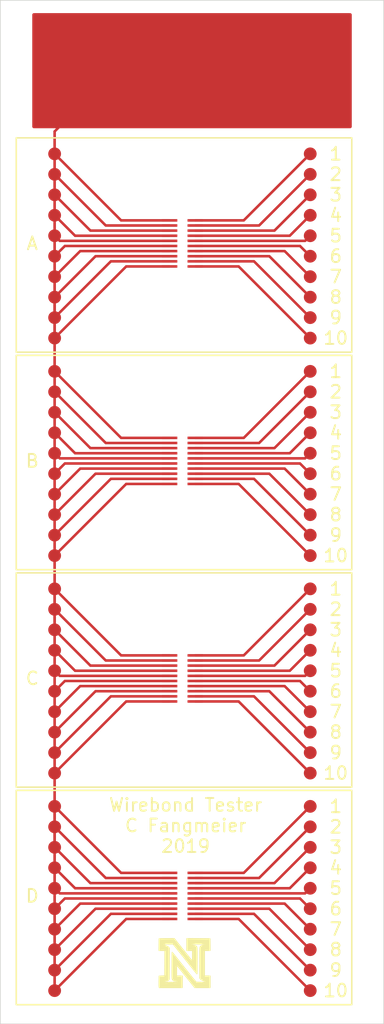
<source format=kicad_pcb>
(kicad_pcb (version 20171130) (host pcbnew 5.1.4)

  (general
    (thickness 1.6)
    (drawings 65)
    (tracks 201)
    (zones 0)
    (modules 5)
    (nets 42)
  )

  (page A4)
  (layers
    (0 F.Cu signal)
    (31 B.Cu signal)
    (37 F.SilkS user)
    (38 B.Mask user)
    (39 F.Mask user)
    (44 Edge.Cuts user)
    (45 Margin user)
    (46 B.CrtYd user)
    (47 F.CrtYd user)
  )

  (setup
    (last_trace_width 0.2)
    (trace_clearance 0.2)
    (zone_clearance 0.254)
    (zone_45_only no)
    (trace_min 0.2)
    (via_size 0.8)
    (via_drill 0.4)
    (via_min_size 0.4)
    (via_min_drill 0.3)
    (uvia_size 0.3)
    (uvia_drill 0.1)
    (uvias_allowed no)
    (uvia_min_size 0.2)
    (uvia_min_drill 0.1)
    (edge_width 0.05)
    (segment_width 0.2)
    (pcb_text_width 0.3)
    (pcb_text_size 1.5 1.5)
    (mod_edge_width 0.12)
    (mod_text_size 1 1)
    (mod_text_width 0.15)
    (pad_size 1.524 1.524)
    (pad_drill 0.762)
    (pad_to_mask_clearance 0.051)
    (solder_mask_min_width 0.25)
    (aux_axis_origin 0 0)
    (visible_elements FFFFFF7F)
    (pcbplotparams
      (layerselection 0x010fc_ffffffff)
      (usegerberextensions false)
      (usegerberattributes false)
      (usegerberadvancedattributes false)
      (creategerberjobfile false)
      (excludeedgelayer true)
      (linewidth 0.100000)
      (plotframeref false)
      (viasonmask false)
      (mode 1)
      (useauxorigin false)
      (hpglpennumber 1)
      (hpglpenspeed 20)
      (hpglpendiameter 15.000000)
      (psnegative false)
      (psa4output false)
      (plotreference true)
      (plotvalue true)
      (plotinvisibletext false)
      (padsonsilk false)
      (subtractmaskfromsilk false)
      (outputformat 1)
      (mirror false)
      (drillshape 1)
      (scaleselection 1)
      (outputdirectory ""))
  )

  (net 0 "")
  (net 1 /GND)
  (net 2 "Net-(G1-Pad14)")
  (net 3 "Net-(G1-Pad16)")
  (net 4 "Net-(G1-Pad20)")
  (net 5 "Net-(G1-Pad18)")
  (net 6 "Net-(G1-Pad12)")
  (net 7 "Net-(G2-Pad14)")
  (net 8 "Net-(G2-Pad16)")
  (net 9 "Net-(G2-Pad20)")
  (net 10 "Net-(G2-Pad18)")
  (net 11 "Net-(G2-Pad12)")
  (net 12 "Net-(G3-Pad14)")
  (net 13 "Net-(G3-Pad16)")
  (net 14 "Net-(G3-Pad20)")
  (net 15 "Net-(G3-Pad18)")
  (net 16 "Net-(G3-Pad12)")
  (net 17 "Net-(G4-Pad14)")
  (net 18 "Net-(G4-Pad16)")
  (net 19 "Net-(G4-Pad20)")
  (net 20 "Net-(G4-Pad18)")
  (net 21 "Net-(G4-Pad12)")
  (net 22 "Net-(G1-Pad15)")
  (net 23 "Net-(G1-Pad11)")
  (net 24 "Net-(G1-Pad17)")
  (net 25 "Net-(G1-Pad19)")
  (net 26 "Net-(G1-Pad13)")
  (net 27 "Net-(G2-Pad15)")
  (net 28 "Net-(G2-Pad17)")
  (net 29 "Net-(G2-Pad13)")
  (net 30 "Net-(G2-Pad11)")
  (net 31 "Net-(G2-Pad19)")
  (net 32 "Net-(G3-Pad15)")
  (net 33 "Net-(G3-Pad11)")
  (net 34 "Net-(G3-Pad17)")
  (net 35 "Net-(G3-Pad19)")
  (net 36 "Net-(G3-Pad13)")
  (net 37 "Net-(G4-Pad15)")
  (net 38 "Net-(G4-Pad17)")
  (net 39 "Net-(G4-Pad13)")
  (net 40 "Net-(G4-Pad11)")
  (net 41 "Net-(G4-Pad19)")

  (net_class Default "This is the default net class."
    (clearance 0.2)
    (trace_width 0.2)
    (via_dia 0.8)
    (via_drill 0.4)
    (uvia_dia 0.3)
    (uvia_drill 0.1)
    (add_net /GND)
    (add_net "Net-(G1-Pad11)")
    (add_net "Net-(G1-Pad12)")
    (add_net "Net-(G1-Pad13)")
    (add_net "Net-(G1-Pad14)")
    (add_net "Net-(G1-Pad15)")
    (add_net "Net-(G1-Pad16)")
    (add_net "Net-(G1-Pad17)")
    (add_net "Net-(G1-Pad18)")
    (add_net "Net-(G1-Pad19)")
    (add_net "Net-(G1-Pad20)")
    (add_net "Net-(G2-Pad11)")
    (add_net "Net-(G2-Pad12)")
    (add_net "Net-(G2-Pad13)")
    (add_net "Net-(G2-Pad14)")
    (add_net "Net-(G2-Pad15)")
    (add_net "Net-(G2-Pad16)")
    (add_net "Net-(G2-Pad17)")
    (add_net "Net-(G2-Pad18)")
    (add_net "Net-(G2-Pad19)")
    (add_net "Net-(G2-Pad20)")
    (add_net "Net-(G3-Pad11)")
    (add_net "Net-(G3-Pad12)")
    (add_net "Net-(G3-Pad13)")
    (add_net "Net-(G3-Pad14)")
    (add_net "Net-(G3-Pad15)")
    (add_net "Net-(G3-Pad16)")
    (add_net "Net-(G3-Pad17)")
    (add_net "Net-(G3-Pad18)")
    (add_net "Net-(G3-Pad19)")
    (add_net "Net-(G3-Pad20)")
    (add_net "Net-(G4-Pad11)")
    (add_net "Net-(G4-Pad12)")
    (add_net "Net-(G4-Pad13)")
    (add_net "Net-(G4-Pad14)")
    (add_net "Net-(G4-Pad15)")
    (add_net "Net-(G4-Pad16)")
    (add_net "Net-(G4-Pad17)")
    (add_net "Net-(G4-Pad18)")
    (add_net "Net-(G4-Pad19)")
    (add_net "Net-(G4-Pad20)")
  )

  (module unl_silab:NLOGO (layer F.Cu) (tedit 5D65A532) (tstamp 5D6621AD)
    (at 108.75 115.25)
    (fp_text reference G*** (at 7.112 1.016) (layer F.SilkS) hide
      (effects (font (size 1.524 1.524) (thickness 0.3)))
    )
    (fp_text value LOGO (at 8.128 -2.032) (layer F.SilkS) hide
      (effects (font (size 1.524 1.524) (thickness 0.3)))
    )
    (fp_poly (pts (xy 2.656834 -0.994833) (xy 2.434163 -0.994833) (xy 2.274992 -0.994833) (xy 2.274992 -1.449916)
      (xy 2.274992 -1.502833) (xy 1.756409 -1.502833) (xy 1.237826 -1.502833) (xy 1.238018 -1.444625)
      (xy 1.24046 -1.41221) (xy 1.254193 -1.394351) (xy 1.289233 -1.386088) (xy 1.355598 -1.382461)
      (xy 1.364171 -1.382168) (xy 1.474864 -1.368497) (xy 1.55233 -1.334102) (xy 1.601845 -1.275854)
      (xy 1.619631 -1.230622) (xy 1.62555 -1.187022) (xy 1.630249 -1.10185) (xy 1.633717 -0.975854)
      (xy 1.635945 -0.809777) (xy 1.63692 -0.604365) (xy 1.63663 -0.360364) (xy 1.635656 -0.164793)
      (xy 1.629409 0.823998) (xy 1.153619 0.226791) (xy 1.016184 0.054321) (xy 0.862601 -0.13835)
      (xy 0.701049 -0.340966) (xy 0.539703 -0.543273) (xy 0.386743 -0.735017) (xy 0.250346 -0.905942)
      (xy 0.225855 -0.936625) (xy -0.226119 -1.502833) (xy -0.58423 -1.502833) (xy -0.942341 -1.502833)
      (xy -0.942341 -1.45032) (xy -0.930772 -1.407306) (xy -0.889 -1.385019) (xy -0.884133 -1.383792)
      (xy -0.802366 -1.355516) (xy -0.713067 -1.31171) (xy -0.633413 -1.261706) (xy -0.587292 -1.222565)
      (xy -0.539159 -1.170941) (xy -0.544959 0.049059) (xy -0.550758 1.26906) (xy -0.608409 1.3267)
      (xy -0.648735 1.360078) (xy -0.695475 1.379528) (xy -0.763299 1.39003) (xy -0.8042 1.393136)
      (xy -0.878697 1.399187) (xy -0.920282 1.407887) (xy -0.938361 1.42303) (xy -0.942341 1.44841)
      (xy -0.942341 1.448855) (xy -0.938837 1.489785) (xy -0.933543 1.504597) (xy -0.91081 1.507056)
      (xy -0.851653 1.509251) (xy -0.761978 1.511081) (xy -0.647694 1.512447) (xy -0.51471 1.513247)
      (xy -0.414976 1.513417) (xy 0.094793 1.513417) (xy 0.094809 1.455209) (xy 0.092207 1.421328)
      (xy 0.077282 1.404011) (xy 0.039398 1.397653) (xy -0.016299 1.396688) (xy -0.122449 1.387187)
      (xy -0.198242 1.356516) (xy -0.252149 1.30038) (xy -0.270507 1.267756) (xy -0.279148 1.247436)
      (xy -0.286301 1.222385) (xy -0.292079 1.188805) (xy -0.296591 1.142894) (xy -0.299949 1.080854)
      (xy -0.302265 0.998882) (xy -0.30365 0.89318) (xy -0.304216 0.759946) (xy -0.304073 0.595382)
      (xy -0.303333 0.395686) (xy -0.302257 0.184146) (xy -0.296758 -0.823473) (xy -0.032706 -0.491111)
      (xy 0.22355 -0.168745) (xy 0.454537 0.121438) (xy 0.661145 0.380538) (xy 0.844266 0.609655)
      (xy 1.004789 0.809888) (xy 1.143605 0.98234) (xy 1.261604 1.128109) (xy 1.359677 1.248296)
      (xy 1.438714 1.344001) (xy 1.499606 1.416324) (xy 1.543244 1.466366) (xy 1.570516 1.495227)
      (xy 1.58203 1.504026) (xy 1.61134 1.504685) (xy 1.675072 1.505723) (xy 1.765319 1.507023)
      (xy 1.874173 1.508471) (xy 1.941596 1.509318) (xy 2.27495 1.513417) (xy 2.274971 1.455209)
      (xy 2.265741 1.409716) (xy 2.237951 1.396793) (xy 2.185001 1.385068) (xy 2.112516 1.355218)
      (xy 2.034774 1.314592) (xy 1.966053 1.270535) (xy 1.925553 1.236045) (xy 1.872826 1.179152)
      (xy 1.872905 -0.018966) (xy 1.872972 -0.274792) (xy 1.873214 -0.49172) (xy 1.873741 -0.673184)
      (xy 1.874666 -0.822619) (xy 1.8761 -0.943459) (xy 1.878155 -1.039138) (xy 1.880944 -1.113093)
      (xy 1.884577 -1.168756) (xy 1.889168 -1.209564) (xy 1.894827 -1.23895) (xy 1.901667 -1.260349)
      (xy 1.9098 -1.277195) (xy 1.914137 -1.284576) (xy 1.976319 -1.346414) (xy 2.071554 -1.38417)
      (xy 2.195617 -1.396882) (xy 2.247977 -1.40033) (xy 2.270373 -1.415887) (xy 2.274992 -1.449916)
      (xy 2.274992 -0.994833) (xy 2.211492 -0.994833) (xy 2.211492 0.010584) (xy 2.211492 1.016)
      (xy 2.433742 1.016) (xy 2.655992 1.016) (xy 2.655992 1.4605) (xy 2.655992 1.905)
      (xy 2.063145 1.905) (xy 1.470297 1.905) (xy 0.750811 1.00209) (xy 0.031325 0.099181)
      (xy 0.031326 0.55759) (xy 0.031326 1.016) (xy 0.253576 1.016) (xy 0.475826 1.016)
      (xy 0.475826 1.4605) (xy 0.475826 1.905) (xy -0.412771 1.905) (xy -1.301368 1.905)
      (xy -1.31308 1.857375) (xy -1.316504 1.821558) (xy -1.318871 1.751115) (xy -1.320081 1.653743)
      (xy -1.320034 1.537139) (xy -1.318775 1.418167) (xy -1.312758 1.026584) (xy -1.090508 1.016)
      (xy -0.868258 1.005417) (xy -0.862759 0.005292) (xy -0.85726 -0.994833) (xy -1.090722 -0.994833)
      (xy -1.324183 -0.994833) (xy -1.31847 -1.444625) (xy -1.312758 -1.894416) (xy -0.729184 -1.900847)
      (xy -0.145609 -1.907278) (xy 0.5514 -1.034361) (xy 0.685332 -0.866613) (xy 0.811774 -0.708218)
      (xy 0.928169 -0.562379) (xy 1.031963 -0.4323) (xy 1.1206 -0.321185) (xy 1.191522 -0.232238)
      (xy 1.242174 -0.168663) (xy 1.27 -0.133663) (xy 1.274194 -0.128347) (xy 1.282965 -0.124987)
      (xy 1.289646 -0.143001) (xy 1.294492 -0.186409) (xy 1.29776 -0.259229) (xy 1.299704 -0.365481)
      (xy 1.30058 -0.509184) (xy 1.300652 -0.545041) (xy 1.301326 -0.994833) (xy 1.079076 -0.994833)
      (xy 0.856826 -0.994833) (xy 0.856826 -1.450516) (xy 0.856826 -1.906198) (xy 1.751117 -1.900307)
      (xy 2.645409 -1.894416) (xy 2.651121 -1.444625) (xy 2.656834 -0.994833)) (layer F.SilkS) (width 0.1))
  )

  (module unl_silab:2x10_wirebond_pads_and_testpts (layer F.Cu) (tedit 5D659E5A) (tstamp 5D66224E)
    (at 109.25 59)
    (path /5D6709C2)
    (fp_text reference G1 (at -0.25 0) (layer F.SilkS) hide
      (effects (font (size 1 1) (thickness 0.15)))
    )
    (fp_text value Conn_02x10_Counter_Clockwise (at 0 -10) (layer F.Fab)
      (effects (font (size 1 1) (thickness 0.15)))
    )
    (pad 15 smd rect (at 1 -0.2) (size 1.2 0.2) (layers F.Cu F.Paste F.Mask)
      (net 22 "Net-(G1-Pad15)"))
    (pad 14 smd rect (at 1 -0.6) (size 1.2 0.2) (layers F.Cu F.Paste F.Mask)
      (net 2 "Net-(G1-Pad14)"))
    (pad 16 smd rect (at 1 0.2) (size 1.2 0.2) (layers F.Cu F.Paste F.Mask)
      (net 3 "Net-(G1-Pad16)"))
    (pad 20 smd rect (at 1 1.8) (size 1.2 0.2) (layers F.Cu F.Paste F.Mask)
      (net 4 "Net-(G1-Pad20)"))
    (pad 18 smd rect (at 1 1) (size 1.2 0.2) (layers F.Cu F.Paste F.Mask)
      (net 5 "Net-(G1-Pad18)"))
    (pad 12 smd rect (at 1 -1.4) (size 1.2 0.2) (layers F.Cu F.Paste F.Mask)
      (net 6 "Net-(G1-Pad12)"))
    (pad 17 smd rect (at 1 0.6) (size 1.2 0.2) (layers F.Cu F.Paste F.Mask)
      (net 24 "Net-(G1-Pad17)"))
    (pad 13 smd rect (at 1 -1) (size 1.2 0.2) (layers F.Cu F.Paste F.Mask)
      (net 26 "Net-(G1-Pad13)"))
    (pad 11 smd rect (at 1 -1.8) (size 1.2 0.2) (layers F.Cu F.Paste F.Mask)
      (net 23 "Net-(G1-Pad11)"))
    (pad 19 smd rect (at 1 1.4) (size 1.2 0.2) (layers F.Cu F.Paste F.Mask)
      (net 25 "Net-(G1-Pad19)"))
    (pad 10 smd rect (at -1 1.8) (size 1.2 0.2) (layers F.Cu F.Paste F.Mask)
      (net 1 /GND))
    (pad 9 smd rect (at -1 1.4) (size 1.2 0.2) (layers F.Cu F.Paste F.Mask)
      (net 1 /GND))
    (pad 8 smd rect (at -1 1) (size 1.2 0.2) (layers F.Cu F.Paste F.Mask)
      (net 1 /GND))
    (pad 7 smd rect (at -1 0.6) (size 1.2 0.2) (layers F.Cu F.Paste F.Mask)
      (net 1 /GND))
    (pad 6 smd rect (at -1 0.2) (size 1.2 0.2) (layers F.Cu F.Paste F.Mask)
      (net 1 /GND))
    (pad 5 smd rect (at -1 -0.2) (size 1.2 0.2) (layers F.Cu F.Paste F.Mask)
      (net 1 /GND))
    (pad 4 smd rect (at -1 -0.6) (size 1.2 0.2) (layers F.Cu F.Paste F.Mask)
      (net 1 /GND))
    (pad 3 smd rect (at -1 -1) (size 1.2 0.2) (layers F.Cu F.Paste F.Mask)
      (net 1 /GND))
    (pad 2 smd rect (at -1 -1.4) (size 1.2 0.2) (layers F.Cu F.Paste F.Mask)
      (net 1 /GND))
    (pad 20 smd circle (at 10 7.4) (size 1 1) (layers F.Cu F.Paste F.Mask)
      (net 4 "Net-(G1-Pad20)"))
    (pad 13 smd circle (at 10 -3.8) (size 1 1) (layers F.Cu F.Paste F.Mask)
      (net 26 "Net-(G1-Pad13)"))
    (pad 19 smd circle (at 10 5.8) (size 1 1) (layers F.Cu F.Paste F.Mask)
      (net 25 "Net-(G1-Pad19)"))
    (pad 17 smd circle (at 10 2.6) (size 1 1) (layers F.Cu F.Paste F.Mask)
      (net 24 "Net-(G1-Pad17)"))
    (pad 12 smd circle (at 10 -5.4) (size 1 1) (layers F.Cu F.Paste F.Mask)
      (net 6 "Net-(G1-Pad12)"))
    (pad 11 smd circle (at 10 -7) (size 1 1) (layers F.Cu F.Paste F.Mask)
      (net 23 "Net-(G1-Pad11)"))
    (pad 16 smd circle (at 10 1) (size 1 1) (layers F.Cu F.Paste F.Mask)
      (net 3 "Net-(G1-Pad16)"))
    (pad 18 smd circle (at 10 4.2) (size 1 1) (layers F.Cu F.Paste F.Mask)
      (net 5 "Net-(G1-Pad18)"))
    (pad 14 smd circle (at 10 -2.2) (size 1 1) (layers F.Cu F.Paste F.Mask)
      (net 2 "Net-(G1-Pad14)"))
    (pad 15 smd circle (at 10 -0.6) (size 1 1) (layers F.Cu F.Paste F.Mask)
      (net 22 "Net-(G1-Pad15)"))
    (pad 10 smd circle (at -10 7.4) (size 1 1) (layers F.Cu F.Paste F.Mask)
      (net 1 /GND))
    (pad 9 smd circle (at -10 5.8) (size 1 1) (layers F.Cu F.Paste F.Mask)
      (net 1 /GND))
    (pad 8 smd circle (at -10 4.2) (size 1 1) (layers F.Cu F.Paste F.Mask)
      (net 1 /GND))
    (pad 7 smd circle (at -10 2.6) (size 1 1) (layers F.Cu F.Paste F.Mask)
      (net 1 /GND))
    (pad 6 smd circle (at -10 1) (size 1 1) (layers F.Cu F.Paste F.Mask)
      (net 1 /GND))
    (pad 5 smd circle (at -10 -0.6) (size 1 1) (layers F.Cu F.Paste F.Mask)
      (net 1 /GND))
    (pad 4 smd circle (at -10 -2.2) (size 1 1) (layers F.Cu F.Paste F.Mask)
      (net 1 /GND))
    (pad 3 smd circle (at -10 -3.8) (size 1 1) (layers F.Cu F.Paste F.Mask)
      (net 1 /GND))
    (pad 2 smd circle (at -10 -5.4) (size 1 1) (layers F.Cu F.Paste F.Mask)
      (net 1 /GND))
    (pad 1 smd circle (at -10 -7) (size 1 1) (layers F.Cu F.Paste F.Mask)
      (net 1 /GND))
    (pad 1 smd rect (at -1 -1.8) (size 1.2 0.2) (layers F.Cu F.Paste F.Mask)
      (net 1 /GND))
  )

  (module unl_silab:2x10_wirebond_pads_and_testpts (layer F.Cu) (tedit 5D659E5A) (tstamp 5D6615FB)
    (at 109.25 110)
    (path /5D67465B)
    (fp_text reference G4 (at -0.25 0) (layer F.SilkS) hide
      (effects (font (size 1 1) (thickness 0.15)))
    )
    (fp_text value Conn_02x10_Counter_Clockwise (at 0 -10) (layer F.Fab)
      (effects (font (size 1 1) (thickness 0.15)))
    )
    (pad 15 smd rect (at 1 -0.2) (size 1.2 0.2) (layers F.Cu F.Paste F.Mask)
      (net 37 "Net-(G4-Pad15)"))
    (pad 14 smd rect (at 1 -0.6) (size 1.2 0.2) (layers F.Cu F.Paste F.Mask)
      (net 17 "Net-(G4-Pad14)"))
    (pad 16 smd rect (at 1 0.2) (size 1.2 0.2) (layers F.Cu F.Paste F.Mask)
      (net 18 "Net-(G4-Pad16)"))
    (pad 20 smd rect (at 1 1.8) (size 1.2 0.2) (layers F.Cu F.Paste F.Mask)
      (net 19 "Net-(G4-Pad20)"))
    (pad 18 smd rect (at 1 1) (size 1.2 0.2) (layers F.Cu F.Paste F.Mask)
      (net 20 "Net-(G4-Pad18)"))
    (pad 12 smd rect (at 1 -1.4) (size 1.2 0.2) (layers F.Cu F.Paste F.Mask)
      (net 21 "Net-(G4-Pad12)"))
    (pad 17 smd rect (at 1 0.6) (size 1.2 0.2) (layers F.Cu F.Paste F.Mask)
      (net 38 "Net-(G4-Pad17)"))
    (pad 13 smd rect (at 1 -1) (size 1.2 0.2) (layers F.Cu F.Paste F.Mask)
      (net 39 "Net-(G4-Pad13)"))
    (pad 11 smd rect (at 1 -1.8) (size 1.2 0.2) (layers F.Cu F.Paste F.Mask)
      (net 40 "Net-(G4-Pad11)"))
    (pad 19 smd rect (at 1 1.4) (size 1.2 0.2) (layers F.Cu F.Paste F.Mask)
      (net 41 "Net-(G4-Pad19)"))
    (pad 10 smd rect (at -1 1.8) (size 1.2 0.2) (layers F.Cu F.Paste F.Mask)
      (net 1 /GND))
    (pad 9 smd rect (at -1 1.4) (size 1.2 0.2) (layers F.Cu F.Paste F.Mask)
      (net 1 /GND))
    (pad 8 smd rect (at -1 1) (size 1.2 0.2) (layers F.Cu F.Paste F.Mask)
      (net 1 /GND))
    (pad 7 smd rect (at -1 0.6) (size 1.2 0.2) (layers F.Cu F.Paste F.Mask)
      (net 1 /GND))
    (pad 6 smd rect (at -1 0.2) (size 1.2 0.2) (layers F.Cu F.Paste F.Mask)
      (net 1 /GND))
    (pad 5 smd rect (at -1 -0.2) (size 1.2 0.2) (layers F.Cu F.Paste F.Mask)
      (net 1 /GND))
    (pad 4 smd rect (at -1 -0.6) (size 1.2 0.2) (layers F.Cu F.Paste F.Mask)
      (net 1 /GND))
    (pad 3 smd rect (at -1 -1) (size 1.2 0.2) (layers F.Cu F.Paste F.Mask)
      (net 1 /GND))
    (pad 2 smd rect (at -1 -1.4) (size 1.2 0.2) (layers F.Cu F.Paste F.Mask)
      (net 1 /GND))
    (pad 20 smd circle (at 10 7.4) (size 1 1) (layers F.Cu F.Paste F.Mask)
      (net 19 "Net-(G4-Pad20)"))
    (pad 13 smd circle (at 10 -3.8) (size 1 1) (layers F.Cu F.Paste F.Mask)
      (net 39 "Net-(G4-Pad13)"))
    (pad 19 smd circle (at 10 5.8) (size 1 1) (layers F.Cu F.Paste F.Mask)
      (net 41 "Net-(G4-Pad19)"))
    (pad 17 smd circle (at 10 2.6) (size 1 1) (layers F.Cu F.Paste F.Mask)
      (net 38 "Net-(G4-Pad17)"))
    (pad 12 smd circle (at 10 -5.4) (size 1 1) (layers F.Cu F.Paste F.Mask)
      (net 21 "Net-(G4-Pad12)"))
    (pad 11 smd circle (at 10 -7) (size 1 1) (layers F.Cu F.Paste F.Mask)
      (net 40 "Net-(G4-Pad11)"))
    (pad 16 smd circle (at 10 1) (size 1 1) (layers F.Cu F.Paste F.Mask)
      (net 18 "Net-(G4-Pad16)"))
    (pad 18 smd circle (at 10 4.2) (size 1 1) (layers F.Cu F.Paste F.Mask)
      (net 20 "Net-(G4-Pad18)"))
    (pad 14 smd circle (at 10 -2.2) (size 1 1) (layers F.Cu F.Paste F.Mask)
      (net 17 "Net-(G4-Pad14)"))
    (pad 15 smd circle (at 10 -0.6) (size 1 1) (layers F.Cu F.Paste F.Mask)
      (net 37 "Net-(G4-Pad15)"))
    (pad 10 smd circle (at -10 7.4) (size 1 1) (layers F.Cu F.Paste F.Mask)
      (net 1 /GND))
    (pad 9 smd circle (at -10 5.8) (size 1 1) (layers F.Cu F.Paste F.Mask)
      (net 1 /GND))
    (pad 8 smd circle (at -10 4.2) (size 1 1) (layers F.Cu F.Paste F.Mask)
      (net 1 /GND))
    (pad 7 smd circle (at -10 2.6) (size 1 1) (layers F.Cu F.Paste F.Mask)
      (net 1 /GND))
    (pad 6 smd circle (at -10 1) (size 1 1) (layers F.Cu F.Paste F.Mask)
      (net 1 /GND))
    (pad 5 smd circle (at -10 -0.6) (size 1 1) (layers F.Cu F.Paste F.Mask)
      (net 1 /GND))
    (pad 4 smd circle (at -10 -2.2) (size 1 1) (layers F.Cu F.Paste F.Mask)
      (net 1 /GND))
    (pad 3 smd circle (at -10 -3.8) (size 1 1) (layers F.Cu F.Paste F.Mask)
      (net 1 /GND))
    (pad 2 smd circle (at -10 -5.4) (size 1 1) (layers F.Cu F.Paste F.Mask)
      (net 1 /GND))
    (pad 1 smd circle (at -10 -7) (size 1 1) (layers F.Cu F.Paste F.Mask)
      (net 1 /GND))
    (pad 1 smd rect (at -1 -1.8) (size 1.2 0.2) (layers F.Cu F.Paste F.Mask)
      (net 1 /GND))
  )

  (module unl_silab:2x10_wirebond_pads_and_testpts (layer F.Cu) (tedit 5D659E5A) (tstamp 5D6615FB)
    (at 109.25 93)
    (path /5D673F4A)
    (fp_text reference G3 (at -0.25 0) (layer F.SilkS) hide
      (effects (font (size 1 1) (thickness 0.15)))
    )
    (fp_text value Conn_02x10_Counter_Clockwise (at 0 -10) (layer F.Fab)
      (effects (font (size 1 1) (thickness 0.15)))
    )
    (pad 15 smd rect (at 1 -0.2) (size 1.2 0.2) (layers F.Cu F.Paste F.Mask)
      (net 32 "Net-(G3-Pad15)"))
    (pad 14 smd rect (at 1 -0.6) (size 1.2 0.2) (layers F.Cu F.Paste F.Mask)
      (net 12 "Net-(G3-Pad14)"))
    (pad 16 smd rect (at 1 0.2) (size 1.2 0.2) (layers F.Cu F.Paste F.Mask)
      (net 13 "Net-(G3-Pad16)"))
    (pad 20 smd rect (at 1 1.8) (size 1.2 0.2) (layers F.Cu F.Paste F.Mask)
      (net 14 "Net-(G3-Pad20)"))
    (pad 18 smd rect (at 1 1) (size 1.2 0.2) (layers F.Cu F.Paste F.Mask)
      (net 15 "Net-(G3-Pad18)"))
    (pad 12 smd rect (at 1 -1.4) (size 1.2 0.2) (layers F.Cu F.Paste F.Mask)
      (net 16 "Net-(G3-Pad12)"))
    (pad 17 smd rect (at 1 0.6) (size 1.2 0.2) (layers F.Cu F.Paste F.Mask)
      (net 34 "Net-(G3-Pad17)"))
    (pad 13 smd rect (at 1 -1) (size 1.2 0.2) (layers F.Cu F.Paste F.Mask)
      (net 36 "Net-(G3-Pad13)"))
    (pad 11 smd rect (at 1 -1.8) (size 1.2 0.2) (layers F.Cu F.Paste F.Mask)
      (net 33 "Net-(G3-Pad11)"))
    (pad 19 smd rect (at 1 1.4) (size 1.2 0.2) (layers F.Cu F.Paste F.Mask)
      (net 35 "Net-(G3-Pad19)"))
    (pad 10 smd rect (at -1 1.8) (size 1.2 0.2) (layers F.Cu F.Paste F.Mask)
      (net 1 /GND))
    (pad 9 smd rect (at -1 1.4) (size 1.2 0.2) (layers F.Cu F.Paste F.Mask)
      (net 1 /GND))
    (pad 8 smd rect (at -1 1) (size 1.2 0.2) (layers F.Cu F.Paste F.Mask)
      (net 1 /GND))
    (pad 7 smd rect (at -1 0.6) (size 1.2 0.2) (layers F.Cu F.Paste F.Mask)
      (net 1 /GND))
    (pad 6 smd rect (at -1 0.2) (size 1.2 0.2) (layers F.Cu F.Paste F.Mask)
      (net 1 /GND))
    (pad 5 smd rect (at -1 -0.2) (size 1.2 0.2) (layers F.Cu F.Paste F.Mask)
      (net 1 /GND))
    (pad 4 smd rect (at -1 -0.6) (size 1.2 0.2) (layers F.Cu F.Paste F.Mask)
      (net 1 /GND))
    (pad 3 smd rect (at -1 -1) (size 1.2 0.2) (layers F.Cu F.Paste F.Mask)
      (net 1 /GND))
    (pad 2 smd rect (at -1 -1.4) (size 1.2 0.2) (layers F.Cu F.Paste F.Mask)
      (net 1 /GND))
    (pad 20 smd circle (at 10 7.4) (size 1 1) (layers F.Cu F.Paste F.Mask)
      (net 14 "Net-(G3-Pad20)"))
    (pad 13 smd circle (at 10 -3.8) (size 1 1) (layers F.Cu F.Paste F.Mask)
      (net 36 "Net-(G3-Pad13)"))
    (pad 19 smd circle (at 10 5.8) (size 1 1) (layers F.Cu F.Paste F.Mask)
      (net 35 "Net-(G3-Pad19)"))
    (pad 17 smd circle (at 10 2.6) (size 1 1) (layers F.Cu F.Paste F.Mask)
      (net 34 "Net-(G3-Pad17)"))
    (pad 12 smd circle (at 10 -5.4) (size 1 1) (layers F.Cu F.Paste F.Mask)
      (net 16 "Net-(G3-Pad12)"))
    (pad 11 smd circle (at 10 -7) (size 1 1) (layers F.Cu F.Paste F.Mask)
      (net 33 "Net-(G3-Pad11)"))
    (pad 16 smd circle (at 10 1) (size 1 1) (layers F.Cu F.Paste F.Mask)
      (net 13 "Net-(G3-Pad16)"))
    (pad 18 smd circle (at 10 4.2) (size 1 1) (layers F.Cu F.Paste F.Mask)
      (net 15 "Net-(G3-Pad18)"))
    (pad 14 smd circle (at 10 -2.2) (size 1 1) (layers F.Cu F.Paste F.Mask)
      (net 12 "Net-(G3-Pad14)"))
    (pad 15 smd circle (at 10 -0.6) (size 1 1) (layers F.Cu F.Paste F.Mask)
      (net 32 "Net-(G3-Pad15)"))
    (pad 10 smd circle (at -10 7.4) (size 1 1) (layers F.Cu F.Paste F.Mask)
      (net 1 /GND))
    (pad 9 smd circle (at -10 5.8) (size 1 1) (layers F.Cu F.Paste F.Mask)
      (net 1 /GND))
    (pad 8 smd circle (at -10 4.2) (size 1 1) (layers F.Cu F.Paste F.Mask)
      (net 1 /GND))
    (pad 7 smd circle (at -10 2.6) (size 1 1) (layers F.Cu F.Paste F.Mask)
      (net 1 /GND))
    (pad 6 smd circle (at -10 1) (size 1 1) (layers F.Cu F.Paste F.Mask)
      (net 1 /GND))
    (pad 5 smd circle (at -10 -0.6) (size 1 1) (layers F.Cu F.Paste F.Mask)
      (net 1 /GND))
    (pad 4 smd circle (at -10 -2.2) (size 1 1) (layers F.Cu F.Paste F.Mask)
      (net 1 /GND))
    (pad 3 smd circle (at -10 -3.8) (size 1 1) (layers F.Cu F.Paste F.Mask)
      (net 1 /GND))
    (pad 2 smd circle (at -10 -5.4) (size 1 1) (layers F.Cu F.Paste F.Mask)
      (net 1 /GND))
    (pad 1 smd circle (at -10 -7) (size 1 1) (layers F.Cu F.Paste F.Mask)
      (net 1 /GND))
    (pad 1 smd rect (at -1 -1.8) (size 1.2 0.2) (layers F.Cu F.Paste F.Mask)
      (net 1 /GND))
  )

  (module unl_silab:2x10_wirebond_pads_and_testpts (layer F.Cu) (tedit 5D659E5A) (tstamp 5D6615FB)
    (at 109.25 76)
    (path /5D67342C)
    (fp_text reference G2 (at -0.25 0) (layer F.SilkS) hide
      (effects (font (size 1 1) (thickness 0.15)))
    )
    (fp_text value Conn_02x10_Counter_Clockwise (at 0 -10) (layer F.Fab)
      (effects (font (size 1 1) (thickness 0.15)))
    )
    (pad 15 smd rect (at 1 -0.2) (size 1.2 0.2) (layers F.Cu F.Paste F.Mask)
      (net 27 "Net-(G2-Pad15)"))
    (pad 14 smd rect (at 1 -0.6) (size 1.2 0.2) (layers F.Cu F.Paste F.Mask)
      (net 7 "Net-(G2-Pad14)"))
    (pad 16 smd rect (at 1 0.2) (size 1.2 0.2) (layers F.Cu F.Paste F.Mask)
      (net 8 "Net-(G2-Pad16)"))
    (pad 20 smd rect (at 1 1.8) (size 1.2 0.2) (layers F.Cu F.Paste F.Mask)
      (net 9 "Net-(G2-Pad20)"))
    (pad 18 smd rect (at 1 1) (size 1.2 0.2) (layers F.Cu F.Paste F.Mask)
      (net 10 "Net-(G2-Pad18)"))
    (pad 12 smd rect (at 1 -1.4) (size 1.2 0.2) (layers F.Cu F.Paste F.Mask)
      (net 11 "Net-(G2-Pad12)"))
    (pad 17 smd rect (at 1 0.6) (size 1.2 0.2) (layers F.Cu F.Paste F.Mask)
      (net 28 "Net-(G2-Pad17)"))
    (pad 13 smd rect (at 1 -1) (size 1.2 0.2) (layers F.Cu F.Paste F.Mask)
      (net 29 "Net-(G2-Pad13)"))
    (pad 11 smd rect (at 1 -1.8) (size 1.2 0.2) (layers F.Cu F.Paste F.Mask)
      (net 30 "Net-(G2-Pad11)"))
    (pad 19 smd rect (at 1 1.4) (size 1.2 0.2) (layers F.Cu F.Paste F.Mask)
      (net 31 "Net-(G2-Pad19)"))
    (pad 10 smd rect (at -1 1.8) (size 1.2 0.2) (layers F.Cu F.Paste F.Mask)
      (net 1 /GND))
    (pad 9 smd rect (at -1 1.4) (size 1.2 0.2) (layers F.Cu F.Paste F.Mask)
      (net 1 /GND))
    (pad 8 smd rect (at -1 1) (size 1.2 0.2) (layers F.Cu F.Paste F.Mask)
      (net 1 /GND))
    (pad 7 smd rect (at -1 0.6) (size 1.2 0.2) (layers F.Cu F.Paste F.Mask)
      (net 1 /GND))
    (pad 6 smd rect (at -1 0.2) (size 1.2 0.2) (layers F.Cu F.Paste F.Mask)
      (net 1 /GND))
    (pad 5 smd rect (at -1 -0.2) (size 1.2 0.2) (layers F.Cu F.Paste F.Mask)
      (net 1 /GND))
    (pad 4 smd rect (at -1 -0.6) (size 1.2 0.2) (layers F.Cu F.Paste F.Mask)
      (net 1 /GND))
    (pad 3 smd rect (at -1 -1) (size 1.2 0.2) (layers F.Cu F.Paste F.Mask)
      (net 1 /GND))
    (pad 2 smd rect (at -1 -1.4) (size 1.2 0.2) (layers F.Cu F.Paste F.Mask)
      (net 1 /GND))
    (pad 20 smd circle (at 10 7.4) (size 1 1) (layers F.Cu F.Paste F.Mask)
      (net 9 "Net-(G2-Pad20)"))
    (pad 13 smd circle (at 10 -3.8) (size 1 1) (layers F.Cu F.Paste F.Mask)
      (net 29 "Net-(G2-Pad13)"))
    (pad 19 smd circle (at 10 5.8) (size 1 1) (layers F.Cu F.Paste F.Mask)
      (net 31 "Net-(G2-Pad19)"))
    (pad 17 smd circle (at 10 2.6) (size 1 1) (layers F.Cu F.Paste F.Mask)
      (net 28 "Net-(G2-Pad17)"))
    (pad 12 smd circle (at 10 -5.4) (size 1 1) (layers F.Cu F.Paste F.Mask)
      (net 11 "Net-(G2-Pad12)"))
    (pad 11 smd circle (at 10 -7) (size 1 1) (layers F.Cu F.Paste F.Mask)
      (net 30 "Net-(G2-Pad11)"))
    (pad 16 smd circle (at 10 1) (size 1 1) (layers F.Cu F.Paste F.Mask)
      (net 8 "Net-(G2-Pad16)"))
    (pad 18 smd circle (at 10 4.2) (size 1 1) (layers F.Cu F.Paste F.Mask)
      (net 10 "Net-(G2-Pad18)"))
    (pad 14 smd circle (at 10 -2.2) (size 1 1) (layers F.Cu F.Paste F.Mask)
      (net 7 "Net-(G2-Pad14)"))
    (pad 15 smd circle (at 10 -0.6) (size 1 1) (layers F.Cu F.Paste F.Mask)
      (net 27 "Net-(G2-Pad15)"))
    (pad 10 smd circle (at -10 7.4) (size 1 1) (layers F.Cu F.Paste F.Mask)
      (net 1 /GND))
    (pad 9 smd circle (at -10 5.8) (size 1 1) (layers F.Cu F.Paste F.Mask)
      (net 1 /GND))
    (pad 8 smd circle (at -10 4.2) (size 1 1) (layers F.Cu F.Paste F.Mask)
      (net 1 /GND))
    (pad 7 smd circle (at -10 2.6) (size 1 1) (layers F.Cu F.Paste F.Mask)
      (net 1 /GND))
    (pad 6 smd circle (at -10 1) (size 1 1) (layers F.Cu F.Paste F.Mask)
      (net 1 /GND))
    (pad 5 smd circle (at -10 -0.6) (size 1 1) (layers F.Cu F.Paste F.Mask)
      (net 1 /GND))
    (pad 4 smd circle (at -10 -2.2) (size 1 1) (layers F.Cu F.Paste F.Mask)
      (net 1 /GND))
    (pad 3 smd circle (at -10 -3.8) (size 1 1) (layers F.Cu F.Paste F.Mask)
      (net 1 /GND))
    (pad 2 smd circle (at -10 -5.4) (size 1 1) (layers F.Cu F.Paste F.Mask)
      (net 1 /GND))
    (pad 1 smd circle (at -10 -7) (size 1 1) (layers F.Cu F.Paste F.Mask)
      (net 1 /GND))
    (pad 1 smd rect (at -1 -1.8) (size 1.2 0.2) (layers F.Cu F.Paste F.Mask)
      (net 1 /GND))
  )

  (gr_text D (at 97.5 110) (layer F.SilkS)
    (effects (font (size 1 1) (thickness 0.15)))
  )
  (gr_text C (at 97.5 93) (layer F.SilkS)
    (effects (font (size 1 1) (thickness 0.15)))
  )
  (gr_text A (at 97.5 59) (layer F.SilkS)
    (effects (font (size 1 1) (thickness 0.15)))
  )
  (gr_text B (at 97.5 76) (layer F.SilkS)
    (effects (font (size 1 1) (thickness 0.15)))
  )
  (gr_line (start 96.25 101.75) (end 96.25 118.5) (layer F.SilkS) (width 0.12) (tstamp 5D66B72E))
  (gr_line (start 122.5 118.5) (end 122.5 101.75) (layer F.SilkS) (width 0.12) (tstamp 5D66B72D))
  (gr_line (start 122.5 101.75) (end 96.25 101.75) (layer F.SilkS) (width 0.12) (tstamp 5D66B72C))
  (gr_line (start 96.25 118.5) (end 122.5 118.5) (layer F.SilkS) (width 0.12) (tstamp 5D66B72B))
  (gr_line (start 96.25 84.75) (end 96.25 101.5) (layer F.SilkS) (width 0.12) (tstamp 5D66B72E))
  (gr_line (start 122.5 101.5) (end 122.5 84.75) (layer F.SilkS) (width 0.12) (tstamp 5D66B72D))
  (gr_line (start 122.5 84.75) (end 96.25 84.75) (layer F.SilkS) (width 0.12) (tstamp 5D66B72C))
  (gr_line (start 96.25 101.5) (end 122.5 101.5) (layer F.SilkS) (width 0.12) (tstamp 5D66B72B))
  (gr_line (start 96.25 67.75) (end 96.25 84.5) (layer F.SilkS) (width 0.12) (tstamp 5D66B72E))
  (gr_line (start 122.5 84.5) (end 122.5 67.75) (layer F.SilkS) (width 0.12) (tstamp 5D66B72D))
  (gr_line (start 122.5 67.75) (end 96.25 67.75) (layer F.SilkS) (width 0.12) (tstamp 5D66B72C))
  (gr_line (start 96.25 84.5) (end 122.5 84.5) (layer F.SilkS) (width 0.12) (tstamp 5D66B72B))
  (gr_line (start 96.25 67.5) (end 122.5 67.5) (layer F.SilkS) (width 0.12) (tstamp 5D66B64B))
  (gr_line (start 96.25 50.75) (end 96.25 67.5) (layer F.SilkS) (width 0.12))
  (gr_line (start 122.5 50.75) (end 96.25 50.75) (layer F.SilkS) (width 0.12))
  (gr_line (start 122.5 67.5) (end 122.5 50.75) (layer F.SilkS) (width 0.12))
  (gr_text 3 (at 121.25 106.2) (layer F.SilkS) (tstamp 5D66277B)
    (effects (font (size 1 1) (thickness 0.15)))
  )
  (gr_text 10 (at 121.25 117.4) (layer F.SilkS) (tstamp 5D66277A)
    (effects (font (size 1 1) (thickness 0.15)))
  )
  (gr_text 4 (at 121.25 107.8) (layer F.SilkS) (tstamp 5D662779)
    (effects (font (size 1 1) (thickness 0.15)))
  )
  (gr_text 6 (at 121.25 111) (layer F.SilkS) (tstamp 5D662778)
    (effects (font (size 1 1) (thickness 0.15)))
  )
  (gr_text 8 (at 121.25 114.2) (layer F.SilkS) (tstamp 5D662777)
    (effects (font (size 1 1) (thickness 0.15)))
  )
  (gr_text 1 (at 121.25 103) (layer F.SilkS) (tstamp 5D662776)
    (effects (font (size 1 1) (thickness 0.15)))
  )
  (gr_text 7 (at 121.25 112.6) (layer F.SilkS) (tstamp 5D662775)
    (effects (font (size 1 1) (thickness 0.15)))
  )
  (gr_text 5 (at 121.25 109.4) (layer F.SilkS) (tstamp 5D662774)
    (effects (font (size 1 1) (thickness 0.15)))
  )
  (gr_text 2 (at 121.25 104.6) (layer F.SilkS) (tstamp 5D662773)
    (effects (font (size 1 1) (thickness 0.15)))
  )
  (gr_text 9 (at 121.25 115.8) (layer F.SilkS) (tstamp 5D662772)
    (effects (font (size 1 1) (thickness 0.15)))
  )
  (gr_text 3 (at 121.25 89.2) (layer F.SilkS) (tstamp 5D66277B)
    (effects (font (size 1 1) (thickness 0.15)))
  )
  (gr_text 10 (at 121.25 100.4) (layer F.SilkS) (tstamp 5D66277A)
    (effects (font (size 1 1) (thickness 0.15)))
  )
  (gr_text 4 (at 121.25 90.8) (layer F.SilkS) (tstamp 5D662779)
    (effects (font (size 1 1) (thickness 0.15)))
  )
  (gr_text 6 (at 121.25 94) (layer F.SilkS) (tstamp 5D662778)
    (effects (font (size 1 1) (thickness 0.15)))
  )
  (gr_text 8 (at 121.25 97.2) (layer F.SilkS) (tstamp 5D662777)
    (effects (font (size 1 1) (thickness 0.15)))
  )
  (gr_text 1 (at 121.25 86) (layer F.SilkS) (tstamp 5D662776)
    (effects (font (size 1 1) (thickness 0.15)))
  )
  (gr_text 7 (at 121.25 95.6) (layer F.SilkS) (tstamp 5D662775)
    (effects (font (size 1 1) (thickness 0.15)))
  )
  (gr_text 5 (at 121.25 92.4) (layer F.SilkS) (tstamp 5D662774)
    (effects (font (size 1 1) (thickness 0.15)))
  )
  (gr_text 2 (at 121.25 87.6) (layer F.SilkS) (tstamp 5D662773)
    (effects (font (size 1 1) (thickness 0.15)))
  )
  (gr_text 9 (at 121.25 98.8) (layer F.SilkS) (tstamp 5D662772)
    (effects (font (size 1 1) (thickness 0.15)))
  )
  (gr_text 3 (at 121.25 72.2) (layer F.SilkS) (tstamp 5D66277B)
    (effects (font (size 1 1) (thickness 0.15)))
  )
  (gr_text 10 (at 121.25 83.4) (layer F.SilkS) (tstamp 5D66277A)
    (effects (font (size 1 1) (thickness 0.15)))
  )
  (gr_text 4 (at 121.25 73.8) (layer F.SilkS) (tstamp 5D662779)
    (effects (font (size 1 1) (thickness 0.15)))
  )
  (gr_text 6 (at 121.25 77) (layer F.SilkS) (tstamp 5D662778)
    (effects (font (size 1 1) (thickness 0.15)))
  )
  (gr_text 8 (at 121.25 80.2) (layer F.SilkS) (tstamp 5D662777)
    (effects (font (size 1 1) (thickness 0.15)))
  )
  (gr_text 1 (at 121.25 69) (layer F.SilkS) (tstamp 5D662776)
    (effects (font (size 1 1) (thickness 0.15)))
  )
  (gr_text 7 (at 121.25 78.6) (layer F.SilkS) (tstamp 5D662775)
    (effects (font (size 1 1) (thickness 0.15)))
  )
  (gr_text 5 (at 121.25 75.4) (layer F.SilkS) (tstamp 5D662774)
    (effects (font (size 1 1) (thickness 0.15)))
  )
  (gr_text 2 (at 121.25 70.6) (layer F.SilkS) (tstamp 5D662773)
    (effects (font (size 1 1) (thickness 0.15)))
  )
  (gr_text 9 (at 121.25 81.8) (layer F.SilkS) (tstamp 5D662772)
    (effects (font (size 1 1) (thickness 0.15)))
  )
  (gr_text 10 (at 121.25 66.4) (layer F.SilkS)
    (effects (font (size 1 1) (thickness 0.15)))
  )
  (gr_text 9 (at 121.25 64.8) (layer F.SilkS)
    (effects (font (size 1 1) (thickness 0.15)))
  )
  (gr_text 8 (at 121.25 63.2) (layer F.SilkS)
    (effects (font (size 1 1) (thickness 0.15)))
  )
  (gr_text 7 (at 121.25 61.6) (layer F.SilkS)
    (effects (font (size 1 1) (thickness 0.15)))
  )
  (gr_text 6 (at 121.25 60) (layer F.SilkS)
    (effects (font (size 1 1) (thickness 0.15)))
  )
  (gr_text 5 (at 121.25 58.4) (layer F.SilkS)
    (effects (font (size 1 1) (thickness 0.15)))
  )
  (gr_text 4 (at 121.25 56.8) (layer F.SilkS)
    (effects (font (size 1 1) (thickness 0.15)))
  )
  (gr_text 3 (at 121.25 55.2) (layer F.SilkS)
    (effects (font (size 1 1) (thickness 0.15)))
  )
  (gr_text 2 (at 121.25 53.6) (layer F.SilkS)
    (effects (font (size 1 1) (thickness 0.15)))
  )
  (gr_text 1 (at 121.25 52) (layer F.SilkS)
    (effects (font (size 1 1) (thickness 0.15)))
  )
  (gr_text "Wirebond Tester\nC Fangmeier\n2019" (at 109.5 104.5) (layer F.SilkS)
    (effects (font (size 1 1) (thickness 0.15)))
  )
  (gr_line (start 125 40) (end 95 40) (layer Edge.Cuts) (width 0.05) (tstamp 5D6615D2))
  (gr_line (start 125 120) (end 125 40) (layer Edge.Cuts) (width 0.05))
  (gr_line (start 95 120) (end 125 120) (layer Edge.Cuts) (width 0.05) (tstamp 5D66A407))
  (gr_line (start 95 40) (end 95 120) (layer Edge.Cuts) (width 0.05))

  (segment (start 104.45 74.2) (end 99.25 69) (width 0.2) (layer F.Cu) (net 1) (tstamp 5D6615D8))
  (segment (start 108.25 74.2) (end 104.45 74.2) (width 0.2) (layer F.Cu) (net 1) (tstamp 5D6615EA))
  (segment (start 108.25 74.6) (end 103.25 74.6) (width 0.2) (layer F.Cu) (net 1) (tstamp 5D6615DB))
  (segment (start 103.25 74.6) (end 99.25 70.6) (width 0.2) (layer F.Cu) (net 1) (tstamp 5D6615DF))
  (segment (start 102.05 75) (end 99.25 72.2) (width 0.2) (layer F.Cu) (net 1) (tstamp 5D6615DA))
  (segment (start 108.25 75) (end 102.05 75) (width 0.2) (layer F.Cu) (net 1) (tstamp 5D6615F6))
  (segment (start 108.25 75.4) (end 100.85 75.4) (width 0.2) (layer F.Cu) (net 1) (tstamp 5D6615D5))
  (segment (start 100.85 75.4) (end 99.25 73.8) (width 0.2) (layer F.Cu) (net 1) (tstamp 5D6615F7))
  (segment (start 99.65 75.8) (end 99.25 75.4) (width 0.2) (layer F.Cu) (net 1) (tstamp 5D6615E7))
  (segment (start 108.25 75.8) (end 99.65 75.8) (width 0.2) (layer F.Cu) (net 1) (tstamp 5D6615F3))
  (segment (start 108.25 76.2) (end 100.05 76.2) (width 0.2) (layer F.Cu) (net 1) (tstamp 5D6615D3))
  (segment (start 100.05 76.2) (end 99.25 77) (width 0.2) (layer F.Cu) (net 1) (tstamp 5D6615D9))
  (segment (start 108.25 76.6) (end 101.25 76.6) (width 0.2) (layer F.Cu) (net 1) (tstamp 5D6615D6))
  (segment (start 101.25 76.6) (end 99.25 78.6) (width 0.2) (layer F.Cu) (net 1) (tstamp 5D6615DC))
  (segment (start 108.25 77) (end 102.45 77) (width 0.2) (layer F.Cu) (net 1) (tstamp 5D6615E0))
  (segment (start 102.45 77) (end 99.25 80.2) (width 0.2) (layer F.Cu) (net 1) (tstamp 5D6615EC))
  (segment (start 108.25 77.4) (end 103.65 77.4) (width 0.2) (layer F.Cu) (net 1) (tstamp 5D6615E3))
  (segment (start 103.65 77.4) (end 99.25 81.8) (width 0.2) (layer F.Cu) (net 1) (tstamp 5D6615E5))
  (segment (start 104.85 77.8) (end 99.25 83.4) (width 0.2) (layer F.Cu) (net 1) (tstamp 5D6615ED))
  (segment (start 108.25 77.8) (end 104.85 77.8) (width 0.2) (layer F.Cu) (net 1) (tstamp 5D6615F4))
  (segment (start 110.25 76.6) (end 117.25 76.6) (width 0.2) (layer F.Cu) (net 28) (tstamp 5D6615F0))
  (segment (start 117.25 76.6) (end 119.25 78.6) (width 0.2) (layer F.Cu) (net 28) (tstamp 5D6615F8))
  (segment (start 110.25 75.4) (end 117.65 75.4) (width 0.2) (layer F.Cu) (net 7) (tstamp 5D6615EB))
  (segment (start 117.65 75.4) (end 119.25 73.8) (width 0.2) (layer F.Cu) (net 7) (tstamp 5D6615FA))
  (segment (start 118.85 75.8) (end 119.25 75.4) (width 0.2) (layer F.Cu) (net 27) (tstamp 5D6615E1))
  (segment (start 110.25 75.8) (end 118.85 75.8) (width 0.2) (layer F.Cu) (net 27) (tstamp 5D6615E8))
  (segment (start 118.45 76.2) (end 119.25 77) (width 0.2) (layer F.Cu) (net 8) (tstamp 5D6615DD))
  (segment (start 110.25 76.2) (end 118.45 76.2) (width 0.2) (layer F.Cu) (net 8) (tstamp 5D6615E4))
  (segment (start 110.25 74.6) (end 115.25 74.6) (width 0.2) (layer F.Cu) (net 11) (tstamp 5D6615E9))
  (segment (start 115.25 74.6) (end 119.25 70.6) (width 0.2) (layer F.Cu) (net 11) (tstamp 5D6615F1))
  (segment (start 110.25 77.8) (end 113.65 77.8) (width 0.2) (layer F.Cu) (net 9) (tstamp 5D6615E6))
  (segment (start 113.65 77.8) (end 119.25 83.4) (width 0.2) (layer F.Cu) (net 9) (tstamp 5D6615F5))
  (segment (start 114.05 74.2) (end 119.25 69) (width 0.2) (layer F.Cu) (net 30) (tstamp 5D6615EF))
  (segment (start 110.25 74.2) (end 114.05 74.2) (width 0.2) (layer F.Cu) (net 30) (tstamp 5D6615F2))
  (segment (start 116.45 75) (end 119.25 72.2) (width 0.2) (layer F.Cu) (net 29) (tstamp 5D6615D7))
  (segment (start 110.25 75) (end 116.45 75) (width 0.2) (layer F.Cu) (net 29) (tstamp 5D6615DE))
  (segment (start 116.05 77) (end 119.25 80.2) (width 0.2) (layer F.Cu) (net 10) (tstamp 5D6615D4))
  (segment (start 110.25 77) (end 116.05 77) (width 0.2) (layer F.Cu) (net 10) (tstamp 5D6615E2))
  (segment (start 114.85 77.4) (end 119.25 81.8) (width 0.2) (layer F.Cu) (net 31) (tstamp 5D6615EE))
  (segment (start 110.25 77.4) (end 114.85 77.4) (width 0.2) (layer F.Cu) (net 31) (tstamp 5D6615F9))
  (segment (start 104.45 91.2) (end 99.25 86) (width 0.2) (layer F.Cu) (net 1) (tstamp 5D6615D8))
  (segment (start 108.25 91.2) (end 104.45 91.2) (width 0.2) (layer F.Cu) (net 1) (tstamp 5D6615EA))
  (segment (start 108.25 91.6) (end 103.25 91.6) (width 0.2) (layer F.Cu) (net 1) (tstamp 5D6615DB))
  (segment (start 103.25 91.6) (end 99.25 87.6) (width 0.2) (layer F.Cu) (net 1) (tstamp 5D6615DF))
  (segment (start 102.05 92) (end 99.25 89.2) (width 0.2) (layer F.Cu) (net 1) (tstamp 5D6615DA))
  (segment (start 108.25 92) (end 102.05 92) (width 0.2) (layer F.Cu) (net 1) (tstamp 5D6615F6))
  (segment (start 108.25 92.4) (end 100.85 92.4) (width 0.2) (layer F.Cu) (net 1) (tstamp 5D6615D5))
  (segment (start 100.85 92.4) (end 99.25 90.8) (width 0.2) (layer F.Cu) (net 1) (tstamp 5D6615F7))
  (segment (start 99.65 92.8) (end 99.25 92.4) (width 0.2) (layer F.Cu) (net 1) (tstamp 5D6615E7))
  (segment (start 108.25 92.8) (end 99.65 92.8) (width 0.2) (layer F.Cu) (net 1) (tstamp 5D6615F3))
  (segment (start 108.25 93.2) (end 100.05 93.2) (width 0.2) (layer F.Cu) (net 1) (tstamp 5D6615D3))
  (segment (start 100.05 93.2) (end 99.25 94) (width 0.2) (layer F.Cu) (net 1) (tstamp 5D6615D9))
  (segment (start 108.25 93.6) (end 101.25 93.6) (width 0.2) (layer F.Cu) (net 1) (tstamp 5D6615D6))
  (segment (start 101.25 93.6) (end 99.25 95.6) (width 0.2) (layer F.Cu) (net 1) (tstamp 5D6615DC))
  (segment (start 108.25 94) (end 102.45 94) (width 0.2) (layer F.Cu) (net 1) (tstamp 5D6615E0))
  (segment (start 102.45 94) (end 99.25 97.2) (width 0.2) (layer F.Cu) (net 1) (tstamp 5D6615EC))
  (segment (start 108.25 94.4) (end 103.65 94.4) (width 0.2) (layer F.Cu) (net 1) (tstamp 5D6615E3))
  (segment (start 103.65 94.4) (end 99.25 98.8) (width 0.2) (layer F.Cu) (net 1) (tstamp 5D6615E5))
  (segment (start 104.85 94.8) (end 99.25 100.4) (width 0.2) (layer F.Cu) (net 1) (tstamp 5D6615ED))
  (segment (start 108.25 94.8) (end 104.85 94.8) (width 0.2) (layer F.Cu) (net 1) (tstamp 5D6615F4))
  (segment (start 110.25 93.6) (end 117.25 93.6) (width 0.2) (layer F.Cu) (net 34) (tstamp 5D6615F0))
  (segment (start 117.25 93.6) (end 119.25 95.6) (width 0.2) (layer F.Cu) (net 34) (tstamp 5D6615F8))
  (segment (start 110.25 92.4) (end 117.65 92.4) (width 0.2) (layer F.Cu) (net 12) (tstamp 5D6615EB))
  (segment (start 117.65 92.4) (end 119.25 90.8) (width 0.2) (layer F.Cu) (net 12) (tstamp 5D6615FA))
  (segment (start 118.85 92.8) (end 119.25 92.4) (width 0.2) (layer F.Cu) (net 32) (tstamp 5D6615E1))
  (segment (start 110.25 92.8) (end 118.85 92.8) (width 0.2) (layer F.Cu) (net 32) (tstamp 5D6615E8))
  (segment (start 118.45 93.2) (end 119.25 94) (width 0.2) (layer F.Cu) (net 13) (tstamp 5D6615DD))
  (segment (start 110.25 93.2) (end 118.45 93.2) (width 0.2) (layer F.Cu) (net 13) (tstamp 5D6615E4))
  (segment (start 110.25 91.6) (end 115.25 91.6) (width 0.2) (layer F.Cu) (net 16) (tstamp 5D6615E9))
  (segment (start 115.25 91.6) (end 119.25 87.6) (width 0.2) (layer F.Cu) (net 16) (tstamp 5D6615F1))
  (segment (start 110.25 94.8) (end 113.65 94.8) (width 0.2) (layer F.Cu) (net 14) (tstamp 5D6615E6))
  (segment (start 113.65 94.8) (end 119.25 100.4) (width 0.2) (layer F.Cu) (net 14) (tstamp 5D6615F5))
  (segment (start 114.05 91.2) (end 119.25 86) (width 0.2) (layer F.Cu) (net 33) (tstamp 5D6615EF))
  (segment (start 110.25 91.2) (end 114.05 91.2) (width 0.2) (layer F.Cu) (net 33) (tstamp 5D6615F2))
  (segment (start 116.45 92) (end 119.25 89.2) (width 0.2) (layer F.Cu) (net 36) (tstamp 5D6615D7))
  (segment (start 110.25 92) (end 116.45 92) (width 0.2) (layer F.Cu) (net 36) (tstamp 5D6615DE))
  (segment (start 116.05 94) (end 119.25 97.2) (width 0.2) (layer F.Cu) (net 15) (tstamp 5D6615D4))
  (segment (start 110.25 94) (end 116.05 94) (width 0.2) (layer F.Cu) (net 15) (tstamp 5D6615E2))
  (segment (start 114.85 94.4) (end 119.25 98.8) (width 0.2) (layer F.Cu) (net 35) (tstamp 5D6615EE))
  (segment (start 110.25 94.4) (end 114.85 94.4) (width 0.2) (layer F.Cu) (net 35) (tstamp 5D6615F9))
  (segment (start 104.45 108.2) (end 99.25 103) (width 0.2) (layer F.Cu) (net 1) (tstamp 5D6615D8))
  (segment (start 108.25 108.2) (end 104.45 108.2) (width 0.2) (layer F.Cu) (net 1) (tstamp 5D6615EA))
  (segment (start 108.25 108.6) (end 103.25 108.6) (width 0.2) (layer F.Cu) (net 1) (tstamp 5D6615DB))
  (segment (start 103.25 108.6) (end 99.25 104.6) (width 0.2) (layer F.Cu) (net 1) (tstamp 5D6615DF))
  (segment (start 102.05 109) (end 99.25 106.2) (width 0.2) (layer F.Cu) (net 1) (tstamp 5D6615DA))
  (segment (start 108.25 109) (end 102.05 109) (width 0.2) (layer F.Cu) (net 1) (tstamp 5D6615F6))
  (segment (start 108.25 109.4) (end 100.85 109.4) (width 0.2) (layer F.Cu) (net 1) (tstamp 5D6615D5))
  (segment (start 100.85 109.4) (end 99.25 107.8) (width 0.2) (layer F.Cu) (net 1) (tstamp 5D6615F7))
  (segment (start 99.65 109.8) (end 99.25 109.4) (width 0.2) (layer F.Cu) (net 1) (tstamp 5D6615E7))
  (segment (start 108.25 109.8) (end 99.65 109.8) (width 0.2) (layer F.Cu) (net 1) (tstamp 5D6615F3))
  (segment (start 108.25 110.2) (end 100.05 110.2) (width 0.2) (layer F.Cu) (net 1) (tstamp 5D6615D3))
  (segment (start 100.05 110.2) (end 99.25 111) (width 0.2) (layer F.Cu) (net 1) (tstamp 5D6615D9))
  (segment (start 108.25 110.6) (end 101.25 110.6) (width 0.2) (layer F.Cu) (net 1) (tstamp 5D6615D6))
  (segment (start 101.25 110.6) (end 99.25 112.6) (width 0.2) (layer F.Cu) (net 1) (tstamp 5D6615DC))
  (segment (start 108.25 111) (end 102.45 111) (width 0.2) (layer F.Cu) (net 1) (tstamp 5D6615E0))
  (segment (start 102.45 111) (end 99.25 114.2) (width 0.2) (layer F.Cu) (net 1) (tstamp 5D6615EC))
  (segment (start 108.25 111.4) (end 103.65 111.4) (width 0.2) (layer F.Cu) (net 1) (tstamp 5D6615E3))
  (segment (start 103.65 111.4) (end 99.25 115.8) (width 0.2) (layer F.Cu) (net 1) (tstamp 5D6615E5))
  (segment (start 104.85 111.8) (end 99.25 117.4) (width 0.2) (layer F.Cu) (net 1) (tstamp 5D6615ED))
  (segment (start 108.25 111.8) (end 104.85 111.8) (width 0.2) (layer F.Cu) (net 1) (tstamp 5D6615F4))
  (segment (start 110.25 110.6) (end 117.25 110.6) (width 0.2) (layer F.Cu) (net 38) (tstamp 5D6615F0))
  (segment (start 117.25 110.6) (end 119.25 112.6) (width 0.2) (layer F.Cu) (net 38) (tstamp 5D6615F8))
  (segment (start 110.25 109.4) (end 117.65 109.4) (width 0.2) (layer F.Cu) (net 17) (tstamp 5D6615EB))
  (segment (start 117.65 109.4) (end 119.25 107.8) (width 0.2) (layer F.Cu) (net 17) (tstamp 5D6615FA))
  (segment (start 118.85 109.8) (end 119.25 109.4) (width 0.2) (layer F.Cu) (net 37) (tstamp 5D6615E1))
  (segment (start 110.25 109.8) (end 118.85 109.8) (width 0.2) (layer F.Cu) (net 37) (tstamp 5D6615E8))
  (segment (start 118.45 110.2) (end 119.25 111) (width 0.2) (layer F.Cu) (net 18) (tstamp 5D6615DD))
  (segment (start 110.25 110.2) (end 118.45 110.2) (width 0.2) (layer F.Cu) (net 18) (tstamp 5D6615E4))
  (segment (start 110.25 108.6) (end 115.25 108.6) (width 0.2) (layer F.Cu) (net 21) (tstamp 5D6615E9))
  (segment (start 115.25 108.6) (end 119.25 104.6) (width 0.2) (layer F.Cu) (net 21) (tstamp 5D6615F1))
  (segment (start 110.25 111.8) (end 113.65 111.8) (width 0.2) (layer F.Cu) (net 19) (tstamp 5D6615E6))
  (segment (start 113.65 111.8) (end 119.25 117.4) (width 0.2) (layer F.Cu) (net 19) (tstamp 5D6615F5))
  (segment (start 114.05 108.2) (end 119.25 103) (width 0.2) (layer F.Cu) (net 40) (tstamp 5D6615EF))
  (segment (start 110.25 108.2) (end 114.05 108.2) (width 0.2) (layer F.Cu) (net 40) (tstamp 5D6615F2))
  (segment (start 116.45 109) (end 119.25 106.2) (width 0.2) (layer F.Cu) (net 39) (tstamp 5D6615D7))
  (segment (start 110.25 109) (end 116.45 109) (width 0.2) (layer F.Cu) (net 39) (tstamp 5D6615DE))
  (segment (start 116.05 111) (end 119.25 114.2) (width 0.2) (layer F.Cu) (net 20) (tstamp 5D6615D4))
  (segment (start 110.25 111) (end 116.05 111) (width 0.2) (layer F.Cu) (net 20) (tstamp 5D6615E2))
  (segment (start 114.85 111.4) (end 119.25 115.8) (width 0.2) (layer F.Cu) (net 41) (tstamp 5D6615EE))
  (segment (start 110.25 111.4) (end 114.85 111.4) (width 0.2) (layer F.Cu) (net 41) (tstamp 5D6615F9))
  (segment (start 104.45 57.2) (end 99.25 52) (width 0.2) (layer F.Cu) (net 1) (tstamp 5D6615D8))
  (segment (start 108.25 57.2) (end 104.45 57.2) (width 0.2) (layer F.Cu) (net 1) (tstamp 5D6615EA))
  (segment (start 108.25 57.6) (end 103.25 57.6) (width 0.2) (layer F.Cu) (net 1) (tstamp 5D6615DB))
  (segment (start 103.25 57.6) (end 99.25 53.6) (width 0.2) (layer F.Cu) (net 1) (tstamp 5D6615DF))
  (segment (start 102.05 58) (end 99.25 55.2) (width 0.2) (layer F.Cu) (net 1) (tstamp 5D6615DA))
  (segment (start 108.25 58) (end 102.05 58) (width 0.2) (layer F.Cu) (net 1) (tstamp 5D6615F6))
  (segment (start 108.25 58.4) (end 100.85 58.4) (width 0.2) (layer F.Cu) (net 1) (tstamp 5D6615D5))
  (segment (start 100.85 58.4) (end 99.25 56.8) (width 0.2) (layer F.Cu) (net 1) (tstamp 5D6615F7))
  (segment (start 99.65 58.8) (end 99.25 58.4) (width 0.2) (layer F.Cu) (net 1) (tstamp 5D6615E7))
  (segment (start 108.25 58.8) (end 99.65 58.8) (width 0.2) (layer F.Cu) (net 1) (tstamp 5D6615F3))
  (segment (start 108.25 59.2) (end 100.05 59.2) (width 0.2) (layer F.Cu) (net 1) (tstamp 5D6615D3))
  (segment (start 100.05 59.2) (end 99.25 60) (width 0.2) (layer F.Cu) (net 1) (tstamp 5D6615D9))
  (segment (start 108.25 59.6) (end 101.25 59.6) (width 0.2) (layer F.Cu) (net 1) (tstamp 5D6615D6))
  (segment (start 101.25 59.6) (end 99.25 61.6) (width 0.2) (layer F.Cu) (net 1) (tstamp 5D6615DC))
  (segment (start 108.25 60) (end 102.45 60) (width 0.2) (layer F.Cu) (net 1) (tstamp 5D6615E0))
  (segment (start 102.45 60) (end 99.25 63.2) (width 0.2) (layer F.Cu) (net 1) (tstamp 5D6615EC))
  (segment (start 108.25 60.4) (end 103.65 60.4) (width 0.2) (layer F.Cu) (net 1) (tstamp 5D6615E3))
  (segment (start 103.65 60.4) (end 99.25 64.8) (width 0.2) (layer F.Cu) (net 1) (tstamp 5D6615E5))
  (segment (start 104.85 60.8) (end 99.25 66.4) (width 0.2) (layer F.Cu) (net 1) (tstamp 5D6615ED))
  (segment (start 108.25 60.8) (end 104.85 60.8) (width 0.2) (layer F.Cu) (net 1) (tstamp 5D6615F4))
  (segment (start 110.25 59.6) (end 117.25 59.6) (width 0.2) (layer F.Cu) (net 24) (tstamp 5D6615F0))
  (segment (start 117.25 59.6) (end 119.25 61.6) (width 0.2) (layer F.Cu) (net 24) (tstamp 5D6615F8))
  (segment (start 110.25 58.4) (end 117.65 58.4) (width 0.2) (layer F.Cu) (net 2) (tstamp 5D6615EB))
  (segment (start 117.65 58.4) (end 119.25 56.8) (width 0.2) (layer F.Cu) (net 2) (tstamp 5D6615FA))
  (segment (start 118.85 58.8) (end 119.25 58.4) (width 0.2) (layer F.Cu) (net 22) (tstamp 5D6615E1))
  (segment (start 110.25 58.8) (end 118.85 58.8) (width 0.2) (layer F.Cu) (net 22) (tstamp 5D6615E8))
  (segment (start 118.45 59.2) (end 119.25 60) (width 0.2) (layer F.Cu) (net 3) (tstamp 5D6615DD))
  (segment (start 110.25 59.2) (end 118.45 59.2) (width 0.2) (layer F.Cu) (net 3) (tstamp 5D6615E4))
  (segment (start 110.25 57.6) (end 115.25 57.6) (width 0.2) (layer F.Cu) (net 6) (tstamp 5D6615E9))
  (segment (start 115.25 57.6) (end 119.25 53.6) (width 0.2) (layer F.Cu) (net 6) (tstamp 5D6615F1))
  (segment (start 110.25 60.8) (end 113.65 60.8) (width 0.2) (layer F.Cu) (net 4) (tstamp 5D6615E6))
  (segment (start 113.65 60.8) (end 119.25 66.4) (width 0.2) (layer F.Cu) (net 4) (tstamp 5D6615F5))
  (segment (start 114.05 57.2) (end 119.25 52) (width 0.2) (layer F.Cu) (net 23) (tstamp 5D6615EF))
  (segment (start 110.25 57.2) (end 114.05 57.2) (width 0.2) (layer F.Cu) (net 23) (tstamp 5D6615F2))
  (segment (start 116.45 58) (end 119.25 55.2) (width 0.2) (layer F.Cu) (net 26) (tstamp 5D6615D7))
  (segment (start 110.25 58) (end 116.45 58) (width 0.2) (layer F.Cu) (net 26) (tstamp 5D6615DE))
  (segment (start 116.05 60) (end 119.25 63.2) (width 0.2) (layer F.Cu) (net 5) (tstamp 5D6615D4))
  (segment (start 110.25 60) (end 116.05 60) (width 0.2) (layer F.Cu) (net 5) (tstamp 5D6615E2))
  (segment (start 114.85 60.4) (end 119.25 64.8) (width 0.2) (layer F.Cu) (net 25) (tstamp 5D6615EE))
  (segment (start 110.25 60.4) (end 114.85 60.4) (width 0.2) (layer F.Cu) (net 25) (tstamp 5D6615F9))
  (segment (start 99.25 117.4) (end 99.25 115.8) (width 0.2) (layer F.Cu) (net 1))
  (segment (start 99.25 115.8) (end 99.25 114.2) (width 0.2) (layer F.Cu) (net 1))
  (segment (start 99.25 114.2) (end 99.25 112.6) (width 0.2) (layer F.Cu) (net 1))
  (segment (start 99.25 112.6) (end 99.25 111) (width 0.2) (layer F.Cu) (net 1))
  (segment (start 99.25 111) (end 99.25 109.4) (width 0.2) (layer F.Cu) (net 1))
  (segment (start 99.25 109.4) (end 99.25 107.8) (width 0.2) (layer F.Cu) (net 1))
  (segment (start 99.25 107.8) (end 99.25 106.2) (width 0.2) (layer F.Cu) (net 1))
  (segment (start 99.25 106.2) (end 99.25 104.6) (width 0.2) (layer F.Cu) (net 1))
  (segment (start 99.25 104.6) (end 99.25 103) (width 0.2) (layer F.Cu) (net 1))
  (segment (start 99.25 106) (end 99.25 100.4) (width 0.2) (layer F.Cu) (net 1))
  (segment (start 99.25 100.4) (end 99.25 98.8) (width 0.2) (layer F.Cu) (net 1))
  (segment (start 99.25 98.8) (end 99.25 97.2) (width 0.2) (layer F.Cu) (net 1))
  (segment (start 99.25 97.2) (end 99.25 95.6) (width 0.2) (layer F.Cu) (net 1))
  (segment (start 99.25 95.6) (end 99.25 94) (width 0.2) (layer F.Cu) (net 1))
  (segment (start 99.25 94) (end 99.25 92.4) (width 0.2) (layer F.Cu) (net 1))
  (segment (start 99.25 92.4) (end 99.25 90.8) (width 0.2) (layer F.Cu) (net 1))
  (segment (start 99.25 90.8) (end 99.25 89.2) (width 0.2) (layer F.Cu) (net 1))
  (segment (start 99.25 89.2) (end 99.25 87.6) (width 0.2) (layer F.Cu) (net 1))
  (segment (start 99.25 87.6) (end 99.25 86) (width 0.2) (layer F.Cu) (net 1))
  (segment (start 99.25 89) (end 99.25 83.4) (width 0.2) (layer F.Cu) (net 1))
  (segment (start 99.25 83.4) (end 99.25 81.8) (width 0.2) (layer F.Cu) (net 1))
  (segment (start 99.25 81.8) (end 99.25 80.2) (width 0.2) (layer F.Cu) (net 1))
  (segment (start 99.25 80.2) (end 99.25 78.6) (width 0.2) (layer F.Cu) (net 1))
  (segment (start 99.25 78.6) (end 99.25 77) (width 0.2) (layer F.Cu) (net 1))
  (segment (start 99.25 77) (end 99.25 75.4) (width 0.2) (layer F.Cu) (net 1))
  (segment (start 99.25 75.4) (end 99.25 73.8) (width 0.2) (layer F.Cu) (net 1))
  (segment (start 99.25 73.8) (end 99.25 72.2) (width 0.2) (layer F.Cu) (net 1))
  (segment (start 99.25 72.2) (end 99.25 70.6) (width 0.2) (layer F.Cu) (net 1))
  (segment (start 99.25 70.6) (end 99.25 69) (width 0.2) (layer F.Cu) (net 1))
  (segment (start 99.25 69) (end 99.25 63.4) (width 0.2) (layer F.Cu) (net 1))
  (segment (start 99.25 66.4) (end 99.25 64.8) (width 0.2) (layer F.Cu) (net 1))
  (segment (start 99.25 64.8) (end 99.25 63.2) (width 0.2) (layer F.Cu) (net 1))
  (segment (start 99.25 63.2) (end 99.25 61.6) (width 0.2) (layer F.Cu) (net 1))
  (segment (start 99.25 61.6) (end 99.25 60) (width 0.2) (layer F.Cu) (net 1))
  (segment (start 99.25 60) (end 99.25 58.4) (width 0.2) (layer F.Cu) (net 1))
  (segment (start 99.25 58.4) (end 99.25 56.8) (width 0.2) (layer F.Cu) (net 1))
  (segment (start 99.25 56.8) (end 99.25 55.2) (width 0.2) (layer F.Cu) (net 1))
  (segment (start 99.25 55.2) (end 99.25 53.6) (width 0.2) (layer F.Cu) (net 1))
  (segment (start 99.25 53.6) (end 99.25 52) (width 0.2) (layer F.Cu) (net 1))
  (segment (start 99.25 52) (end 99.25 50.25) (width 0.2) (layer F.Cu) (net 1))
  (segment (start 99.25 50.25) (end 100 49.5) (width 0.2) (layer F.Cu) (net 1))

  (zone (net 1) (net_name /GND) (layer F.Cu) (tstamp 5D662405) (hatch edge 0.508)
    (connect_pads (clearance 0.254))
    (min_thickness 0.254)
    (fill yes (arc_segments 32) (thermal_gap 0.508) (thermal_bridge_width 0.508))
    (polygon
      (pts
        (xy 97.5 41) (xy 122.5 41) (xy 122.5 50) (xy 97.5 50)
      )
    )
    (filled_polygon
      (pts
        (xy 122.373 49.873) (xy 97.627 49.873) (xy 97.627 41.127) (xy 122.373 41.127)
      )
    )
  )
  (zone (net 0) (net_name "") (layer F.Mask) (tstamp 0) (hatch edge 0.508)
    (connect_pads (clearance 0.508))
    (min_thickness 0.254)
    (fill yes (arc_segments 32) (thermal_gap 0.508) (thermal_bridge_width 0.508))
    (polygon
      (pts
        (xy 122.5 41) (xy 122.5 50) (xy 97.5 50) (xy 97.5 41)
      )
    )
    (filled_polygon
      (pts
        (xy 122.373 49.873) (xy 97.627 49.873) (xy 97.627 41.127) (xy 122.373 41.127)
      )
    )
  )
)

</source>
